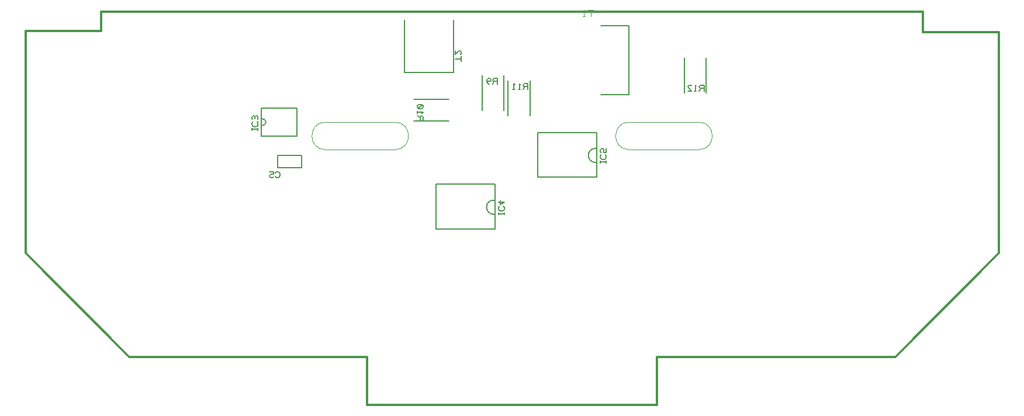
<source format=gbr>
G04 GENERATED BY PULSONIX 8.5 GERBER.DLL 5907*
G04 #@! TF.Part,Single*
%FSLAX35Y35*%
%LPD*%
%MOMM*%
G04 #@! TF.FileFunction,Legend,Bot*
G04 #@! TA.AperFunction,NonMaterial*
%ADD101C,0.20320*%
G04 #@! TD.AperFunction*
%ADD102C,0.10000*%
G04 #@! TA.AperFunction,Profile*
%ADD175C,0.30000*%
G04 #@! TD.AperFunction*
%ADD176C,0.20000*%
G04 #@! TA.AperFunction,CutOut*
%ADD442C,0.05000*%
X0Y0D02*
D02*
D101*
X3624508Y4026500D02*
X4139508D01*
X3624508D02*
Y4426500D01*
X4139508*
X3691508Y4226500D02*
G75*
G03X3624508Y4277300I-58900J-8100D01*
G01*
X3691508Y4226500D02*
G75*
G02X3624508Y4175700I-58900J8100D01*
G01*
X3859288Y3740400D02*
Y3562600D01*
X4204728*
Y3740400*
X3859288*
X4139508Y4026500D02*
Y4426500D01*
X5701408Y4944300D02*
Y5706300D01*
X5831308Y4244000D02*
X6339308D01*
X5831308Y4559000D02*
X6339308D01*
X6412608Y4944300D02*
X5701408D01*
X6412608D02*
Y5706300D01*
X6824508Y4902200D02*
Y4394200D01*
X7007008Y3095900D02*
X6988408D01*
G75*
G03Y2892700J-101600*
G01*
X7007008*
Y3095900*
Y3326500D02*
X6157008D01*
Y2676500*
X7007008*
Y3326500*
X7139508Y4902200D02*
Y4394200D01*
X7199508Y4827200D02*
Y4319200D01*
X7514508Y4827200D02*
Y4319200D01*
X8482008Y3845900D02*
X8463408D01*
G75*
G03Y3642700J-101600*
G01*
X8482008*
Y3845900*
Y4076500D02*
X7632008D01*
Y3426500*
X8482008*
Y4076500*
X8946408Y4626500D02*
Y5626500D01*
Y4626500D02*
X8540008D01*
X8946408Y5626500D02*
X8540008D01*
X9749508Y4650800D02*
Y5158800D01*
X10064508Y4650800D02*
Y5158800D01*
D02*
D102*
X8395423Y5759041D02*
X8395423Y5850806D01*
X8433658D02*
X8357187Y5850806D01*
X8313064Y5759041D02*
X8282476Y5759041D01*
X8297770D02*
X8297770Y5850806D01*
X8313064Y5835512*
D02*
D175*
X207008Y2326500D02*
Y5551500D01*
X1307008*
Y5826500*
X13207008*
Y5526500*
X14307008*
Y2326500*
X12807008Y826500*
X9357008*
Y126500*
X5157008*
Y826500*
X1707008*
X207008Y2326500*
D02*
D176*
X3491084Y4111300D02*
X3491084Y4139535D01*
Y4125418D02*
X3575790Y4125418D01*
Y4111300D02*
X3575790Y4139535D01*
X3505202Y4233488D02*
X3498143Y4226429D01*
X3491084Y4212312*
Y4191135*
X3498143Y4177018*
X3505202Y4169959*
X3519320Y4162900*
X3547555*
X3561673Y4169959*
X3568732Y4177018*
X3575790Y4191135*
Y4212312*
X3568732Y4226429*
X3561673Y4233488*
X3498143Y4267159D02*
X3491084Y4281276D01*
Y4295394*
X3498143Y4309512*
X3512261Y4316571*
X3526379Y4309512*
X3533437Y4295394*
Y4281276*
Y4295394D02*
X3540496Y4309512D01*
X3554614Y4316571*
X3568732Y4309512*
X3575790Y4295394*
Y4281276*
X3568732Y4267159*
X3825820Y3436794D02*
X3832879Y3429735D01*
X3846996Y3422676*
X3868173*
X3882290Y3429735*
X3889349Y3436794*
X3896408Y3450912*
Y3479147*
X3889349Y3493265*
X3882290Y3500324*
X3868173Y3507382*
X3846996*
X3832879Y3500324*
X3825820Y3493265*
X3799208Y3429735D02*
X3785090Y3422676D01*
X3763914*
X3749796Y3429735*
X3742737Y3443853*
Y3450912*
X3749796Y3465029*
X3763914Y3472088*
X3799208*
Y3507382*
X3742737*
X5883184Y4246300D02*
X5967890Y4246300D01*
Y4295712*
X5960832Y4309829*
X5946714Y4316888*
X5932596Y4309829*
X5925537Y4295712*
Y4246300*
Y4295712D02*
X5883184Y4316888D01*
Y4357618D02*
X5883184Y4385853D01*
Y4371735D02*
X5967890Y4371735D01*
X5953773Y4357618*
X5890243Y4432159D02*
X5883184Y4446276D01*
Y4460394*
X5890243Y4474512*
X5904361Y4481571*
X5946714*
X5960832Y4474512*
X5967890Y4460394*
Y4446276*
X5960832Y4432159*
X5946714Y4425100*
X5904361*
X5890243Y4432159*
X5960832Y4474512*
X6433784Y5144194D02*
X6518490Y5144194D01*
Y5108900D02*
X6518490Y5179488D01*
X6433784Y5262571D02*
X6433784Y5206100D01*
X6483196Y5255512*
X6497314Y5262571*
X6511432Y5255512*
X6518490Y5241394*
Y5220218*
X6511432Y5206100*
X7046408Y4772676D02*
X7046408Y4857382D01*
X6996996*
X6982879Y4850324*
X6975820Y4836206*
X6982879Y4822088*
X6996996Y4815029*
X7046408*
X6996996D02*
X6975820Y4772676D01*
X6928032D02*
X6913914Y4779735D01*
X6899796Y4793853*
X6892737Y4815029*
Y4836206*
X6899796Y4850324*
X6913914Y4857382*
X6928032*
X6942149Y4850324*
X6949208Y4836206*
X6942149Y4822088*
X6928032Y4815029*
X6913914*
X6899796Y4822088*
X6892737Y4836206*
X7060384Y2886300D02*
X7060384Y2914535D01*
Y2900418D02*
X7145090Y2900418D01*
Y2886300D02*
X7145090Y2914535D01*
X7074502Y3008488D02*
X7067443Y3001429D01*
X7060384Y2987312*
Y2966135*
X7067443Y2952018*
X7074502Y2944959*
X7088620Y2937900*
X7116855*
X7130973Y2944959*
X7138032Y2952018*
X7145090Y2966135*
Y2987312*
X7138032Y3001429*
X7130973Y3008488*
X7060384Y3070394D02*
X7145090Y3070394D01*
X7088620Y3035100*
Y3091571*
X7487208Y4697676D02*
X7487208Y4782382D01*
X7437796*
X7423679Y4775324*
X7416620Y4761206*
X7423679Y4747088*
X7437796Y4740029*
X7487208*
X7437796D02*
X7416620Y4697676D01*
X7375890D02*
X7347655Y4697676D01*
X7361773D02*
X7361773Y4782382D01*
X7375890Y4768265*
X7294290Y4697676D02*
X7266055Y4697676D01*
X7280173D02*
X7280173Y4782382D01*
X7294290Y4768265*
X8535384Y3636300D02*
X8535384Y3664535D01*
Y3650418D02*
X8620090Y3650418D01*
Y3636300D02*
X8620090Y3664535D01*
X8549502Y3758488D02*
X8542443Y3751429D01*
X8535384Y3737312*
Y3716135*
X8542443Y3702018*
X8549502Y3694959*
X8563620Y3687900*
X8591855*
X8605973Y3694959*
X8613032Y3702018*
X8620090Y3716135*
Y3737312*
X8613032Y3751429*
X8605973Y3758488*
X8542443Y3785100D02*
X8535384Y3799218D01*
Y3820394*
X8542443Y3834512*
X8556561Y3841571*
X8563620*
X8577737Y3834512*
X8584796Y3820394*
Y3785100*
X8620090*
Y3841571*
X10037208Y4677676D02*
X10037208Y4762382D01*
X9987796*
X9973679Y4755324*
X9966620Y4741206*
X9973679Y4727088*
X9987796Y4720029*
X10037208*
X9987796D02*
X9966620Y4677676D01*
X9925890D02*
X9897655Y4677676D01*
X9911773D02*
X9911773Y4762382D01*
X9925890Y4748265*
X9801937Y4677676D02*
X9858408Y4677676D01*
X9808996Y4727088*
X9801937Y4741206*
X9808996Y4755324*
X9823114Y4762382*
X9844290*
X9858408Y4755324*
D02*
D442*
X5557008Y3826500D02*
X4557008D01*
G75*
G02Y4226500J200000*
G01*
X5557008*
G75*
G02Y3826500J-200000*
G01*
X9957008D02*
X8957008D01*
G75*
G02Y4226500J200000*
G01*
X9957008*
G75*
G02Y3826500J-200000*
G01*
X0Y0D02*
M02*

</source>
